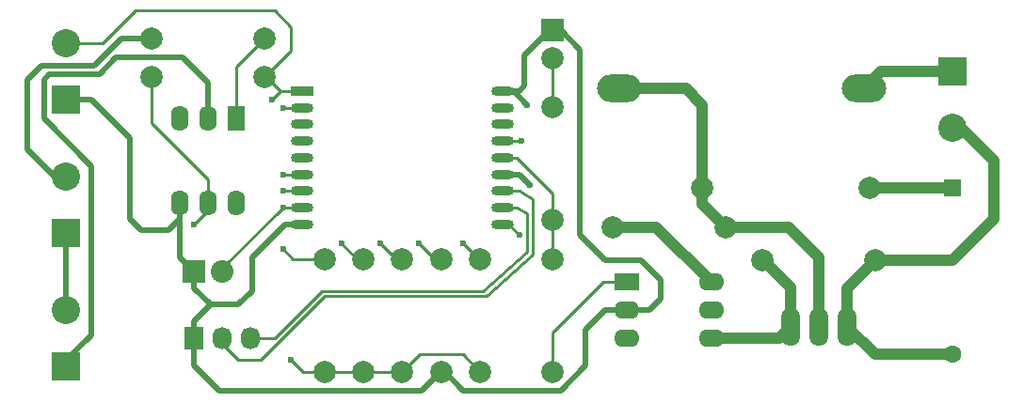
<source format=gbr>
G04 #@! TF.FileFunction,Copper,L1,Top,Signal*
%FSLAX46Y46*%
G04 Gerber Fmt 4.6, Leading zero omitted, Abs format (unit mm)*
G04 Created by KiCad (PCBNEW 4.0.0-rc1-stable) date 12/10/2015 22:49:16*
%MOMM*%
G01*
G04 APERTURE LIST*
%ADD10C,0.100000*%
%ADD11R,2.000000X2.000000*%
%ADD12C,2.000000*%
%ADD13C,1.998980*%
%ADD14O,1.699260X3.500120*%
%ADD15R,1.574800X2.286000*%
%ADD16O,1.574800X2.286000*%
%ADD17R,2.286000X1.574800*%
%ADD18O,2.286000X1.574800*%
%ADD19R,1.600000X1.600000*%
%ADD20C,1.600000*%
%ADD21O,4.000500X2.499360*%
%ADD22R,2.540000X2.540000*%
%ADD23C,2.540000*%
%ADD24R,2.032000X2.032000*%
%ADD25O,2.032000X2.032000*%
%ADD26O,2.000000X0.900000*%
%ADD27R,2.000000X0.900000*%
%ADD28R,1.727200X2.032000*%
%ADD29O,1.727200X2.032000*%
%ADD30C,0.600000*%
%ADD31C,1.000000*%
%ADD32C,0.250000*%
%ADD33C,0.500000*%
G04 APERTURE END LIST*
D10*
D11*
X136000000Y-58750000D03*
D12*
X136000000Y-61290000D03*
D13*
X149500000Y-73000000D03*
X164500000Y-73000000D03*
D14*
X160000000Y-85500000D03*
X162540000Y-85500000D03*
X157460000Y-85500000D03*
D13*
X110080000Y-59500000D03*
X99920000Y-59500000D03*
X110080000Y-63000000D03*
X99920000Y-63000000D03*
X136000000Y-75830000D03*
X136000000Y-65670000D03*
X136000000Y-79420000D03*
X136000000Y-89580000D03*
X141420000Y-76500000D03*
X151580000Y-76500000D03*
X165080000Y-79500000D03*
X154920000Y-79500000D03*
D15*
X107540000Y-66690000D03*
D16*
X105000000Y-66690000D03*
X102460000Y-66690000D03*
X102460000Y-74310000D03*
X105000000Y-74310000D03*
X107540000Y-74310000D03*
D17*
X142690000Y-81460000D03*
D18*
X142690000Y-84000000D03*
X142690000Y-86540000D03*
X150310000Y-86540000D03*
X150310000Y-84000000D03*
X150310000Y-81460000D03*
D19*
X172000000Y-73000000D03*
D20*
X172000000Y-88000000D03*
D21*
X164000740Y-64000000D03*
X141999260Y-64000000D03*
D22*
X92250000Y-77040000D03*
D23*
X92250000Y-71960000D03*
D22*
X92250000Y-89040000D03*
D23*
X92250000Y-83960000D03*
D22*
X172000000Y-62460000D03*
D23*
X172000000Y-67540000D03*
D13*
X122500000Y-89580000D03*
X122500000Y-79420000D03*
X119000000Y-89580000D03*
X119000000Y-79420000D03*
X129500000Y-89580000D03*
X129500000Y-79420000D03*
X115500000Y-89580000D03*
X115500000Y-79420000D03*
X126000000Y-79420000D03*
X126000000Y-89580000D03*
D24*
X103750000Y-80500000D03*
D25*
X106290000Y-80500000D03*
D22*
X92250000Y-65040000D03*
D23*
X92250000Y-59960000D03*
D26*
X131500000Y-76250000D03*
X113500000Y-76250000D03*
D27*
X113500000Y-64250000D03*
D26*
X113500000Y-65750000D03*
X113500000Y-67250000D03*
X113500000Y-68750000D03*
X113500000Y-70250000D03*
X113500000Y-71750000D03*
X113500000Y-73250000D03*
X113500000Y-74750000D03*
X131500000Y-74750000D03*
X131500000Y-73250000D03*
X131500000Y-71750000D03*
X131500000Y-70250000D03*
X131500000Y-68750000D03*
X131500000Y-67250000D03*
X131500000Y-65750000D03*
X131500000Y-64250000D03*
D28*
X103750000Y-86500000D03*
D29*
X106290000Y-86500000D03*
X108830000Y-86500000D03*
D30*
X110750000Y-65000000D03*
X112500000Y-88500000D03*
X133000000Y-77250000D03*
X103750000Y-76250000D03*
X133750000Y-65500000D03*
X134000000Y-72750000D03*
X111750000Y-65750000D03*
X111750000Y-78500000D03*
X111750000Y-71750000D03*
X124000000Y-78000000D03*
X111750000Y-73250000D03*
X120500000Y-78000000D03*
X111750000Y-74750000D03*
X117000000Y-78000000D03*
X133250000Y-68750000D03*
X128000000Y-78000000D03*
D31*
X172000000Y-73000000D02*
X164500000Y-73000000D01*
X165080000Y-79500000D02*
X172000000Y-79500000D01*
X175750000Y-70500000D02*
X172790000Y-67540000D01*
X175750000Y-75750000D02*
X175750000Y-70500000D01*
X172000000Y-79500000D02*
X175750000Y-75750000D01*
X162540000Y-85500000D02*
X162540000Y-82040000D01*
X162540000Y-82040000D02*
X165080000Y-79500000D01*
X172790000Y-67540000D02*
X172000000Y-67540000D01*
X172000000Y-88000000D02*
X165750000Y-88000000D01*
X165750000Y-88000000D02*
X166000000Y-88000000D01*
X166000000Y-88000000D02*
X165250000Y-88000000D01*
X165250000Y-88000000D02*
X165040000Y-88000000D01*
X165040000Y-88000000D02*
X162540000Y-85500000D01*
D32*
X131250000Y-70250000D02*
X132750000Y-70250000D01*
X136000000Y-73500000D02*
X136000000Y-75830000D01*
X132750000Y-70250000D02*
X136000000Y-73500000D01*
X136000000Y-79420000D02*
X136000000Y-75830000D01*
D31*
X172000000Y-62460000D02*
X165540740Y-62460000D01*
X165540740Y-62460000D02*
X164000740Y-64000000D01*
X151580000Y-76500000D02*
X157250000Y-76500000D01*
X160000000Y-79250000D02*
X160000000Y-85500000D01*
X157250000Y-76500000D02*
X160000000Y-79250000D01*
X149500000Y-73000000D02*
X149500000Y-74420000D01*
X149500000Y-74420000D02*
X151580000Y-76500000D01*
X141999260Y-64000000D02*
X148000000Y-64000000D01*
X149500000Y-65500000D02*
X149500000Y-73000000D01*
X148000000Y-64000000D02*
X149500000Y-65500000D01*
D33*
X92250000Y-83960000D02*
X92250000Y-77040000D01*
X92250000Y-71960000D02*
X91210000Y-71960000D01*
X91210000Y-71960000D02*
X88750000Y-69500000D01*
X88750000Y-69500000D02*
X88750000Y-63250000D01*
X88750000Y-63250000D02*
X90000000Y-62000000D01*
X90000000Y-62000000D02*
X94750000Y-62000000D01*
X94750000Y-62000000D02*
X97250000Y-59500000D01*
X97250000Y-59500000D02*
X99920000Y-59500000D01*
X92250000Y-89040000D02*
X92250000Y-88500000D01*
X92250000Y-88500000D02*
X94500000Y-86250000D01*
X94500000Y-86250000D02*
X94500000Y-71000000D01*
X94500000Y-71000000D02*
X90250000Y-66750000D01*
X90250000Y-66750000D02*
X90250000Y-63250000D01*
X90250000Y-63250000D02*
X90750000Y-62750000D01*
X90750000Y-62750000D02*
X95250000Y-62750000D01*
X95250000Y-62750000D02*
X96750000Y-61250000D01*
X96750000Y-61250000D02*
X102750000Y-61250000D01*
X102750000Y-61250000D02*
X105000000Y-63500000D01*
X105000000Y-63500000D02*
X105000000Y-66690000D01*
D32*
X107540000Y-66690000D02*
X107540000Y-62040000D01*
X107540000Y-62040000D02*
X110080000Y-59500000D01*
X92250000Y-59960000D02*
X95540000Y-59960000D01*
X112500000Y-60580000D02*
X110080000Y-63000000D01*
X112500000Y-58500000D02*
X112500000Y-60580000D01*
X111000000Y-57000000D02*
X112500000Y-58500000D01*
X98500000Y-57000000D02*
X111000000Y-57000000D01*
X95540000Y-59960000D02*
X98500000Y-57000000D01*
X115500000Y-89580000D02*
X119000000Y-89580000D01*
X119000000Y-89580000D02*
X122500000Y-89580000D01*
X122500000Y-89580000D02*
X124080000Y-88000000D01*
X124080000Y-88000000D02*
X127920000Y-88000000D01*
X127920000Y-88000000D02*
X129500000Y-89580000D01*
X115500000Y-89580000D02*
X113580000Y-89580000D01*
X110750000Y-65000000D02*
X111500000Y-64250000D01*
X113580000Y-89580000D02*
X112500000Y-88500000D01*
X119000000Y-89500000D02*
X119000000Y-89580000D01*
X110080000Y-63000000D02*
X110080000Y-62920000D01*
X110080000Y-63000000D02*
X110250000Y-63000000D01*
X110250000Y-63000000D02*
X111500000Y-64250000D01*
X111500000Y-64250000D02*
X113500000Y-64250000D01*
D33*
X119000000Y-89580000D02*
X119000000Y-90000000D01*
D32*
X115670000Y-89580000D02*
X115500000Y-89580000D01*
X131500000Y-76250000D02*
X132000000Y-76250000D01*
X132000000Y-76250000D02*
X133000000Y-77250000D01*
X103750000Y-76250000D02*
X105000000Y-75000000D01*
X105000000Y-75000000D02*
X105000000Y-74310000D01*
X99920000Y-63000000D02*
X99920000Y-67170000D01*
X105000000Y-72250000D02*
X105000000Y-74310000D01*
X99920000Y-67170000D02*
X105000000Y-72250000D01*
D33*
X131500000Y-71750000D02*
X133000000Y-71750000D01*
X133750000Y-65500000D02*
X132500000Y-64250000D01*
X133000000Y-71750000D02*
X134000000Y-72750000D01*
X132500000Y-64250000D02*
X131500000Y-64250000D01*
X103750000Y-86500000D02*
X103750000Y-85000000D01*
X103750000Y-85000000D02*
X105250000Y-83500000D01*
X126000000Y-89580000D02*
X125920000Y-89580000D01*
X125920000Y-89580000D02*
X124250000Y-91250000D01*
X103750000Y-89000000D02*
X103750000Y-86500000D01*
X106000000Y-91250000D02*
X103750000Y-89000000D01*
X124250000Y-91250000D02*
X106000000Y-91250000D01*
X126000000Y-89580000D02*
X126330000Y-89580000D01*
X126330000Y-89580000D02*
X128000000Y-91250000D01*
X128000000Y-91250000D02*
X136750000Y-91250000D01*
X136750000Y-91250000D02*
X139000000Y-89000000D01*
X139000000Y-89000000D02*
X139000000Y-85750000D01*
X139000000Y-85750000D02*
X140750000Y-84000000D01*
X140750000Y-84000000D02*
X142690000Y-84000000D01*
X113500000Y-76250000D02*
X112000000Y-76250000D01*
X112000000Y-76250000D02*
X109000000Y-79250000D01*
X109000000Y-79250000D02*
X109000000Y-82250000D01*
X109000000Y-82250000D02*
X107750000Y-83500000D01*
X107750000Y-83500000D02*
X105250000Y-83500000D01*
X105250000Y-83500000D02*
X103750000Y-82000000D01*
X103750000Y-80500000D02*
X103750000Y-82000000D01*
X102460000Y-74310000D02*
X102460000Y-79210000D01*
X102460000Y-79210000D02*
X103750000Y-80500000D01*
X92250000Y-65040000D02*
X94540000Y-65040000D01*
X102460000Y-75790000D02*
X102460000Y-74310000D01*
X101500000Y-76750000D02*
X102460000Y-75790000D01*
X99000000Y-76750000D02*
X101500000Y-76750000D01*
X98000000Y-75750000D02*
X99000000Y-76750000D01*
X98000000Y-68500000D02*
X98000000Y-75750000D01*
X94540000Y-65040000D02*
X98000000Y-68500000D01*
X131250000Y-71750000D02*
X132250000Y-71750000D01*
X136000000Y-58750000D02*
X135750000Y-58750000D01*
X135750000Y-58750000D02*
X133500000Y-61000000D01*
X133000000Y-64250000D02*
X131250000Y-64250000D01*
X133500000Y-63750000D02*
X133000000Y-64250000D01*
X133500000Y-61000000D02*
X133500000Y-63750000D01*
X136000000Y-58750000D02*
X136750000Y-58750000D01*
X136750000Y-58750000D02*
X138500000Y-60500000D01*
X138500000Y-60500000D02*
X138500000Y-77250000D01*
X138500000Y-77250000D02*
X140750000Y-79500000D01*
X140750000Y-79500000D02*
X144000000Y-79500000D01*
X144000000Y-79500000D02*
X145750000Y-81250000D01*
X145750000Y-81250000D02*
X145750000Y-83000000D01*
X145750000Y-83000000D02*
X144750000Y-84000000D01*
X144750000Y-84000000D02*
X142690000Y-84000000D01*
D32*
X115500000Y-79420000D02*
X112670000Y-79420000D01*
X111750000Y-65750000D02*
X113500000Y-65750000D01*
X112670000Y-79420000D02*
X111750000Y-78500000D01*
D31*
X141420000Y-76500000D02*
X145350000Y-76500000D01*
X145350000Y-76500000D02*
X150310000Y-81460000D01*
X150310000Y-86540000D02*
X156420000Y-86540000D01*
X156420000Y-86540000D02*
X157460000Y-85500000D01*
X154920000Y-79500000D02*
X155000000Y-79500000D01*
X155000000Y-79500000D02*
X157460000Y-81960000D01*
X157460000Y-81960000D02*
X157460000Y-85500000D01*
D32*
X126000000Y-79420000D02*
X125420000Y-79420000D01*
X125420000Y-79420000D02*
X124000000Y-78000000D01*
X111750000Y-71750000D02*
X113500000Y-71750000D01*
X122500000Y-79420000D02*
X121920000Y-79420000D01*
X121920000Y-79420000D02*
X120500000Y-78000000D01*
X111750000Y-73250000D02*
X113500000Y-73250000D01*
X106290000Y-80500000D02*
X106290000Y-80210000D01*
X106290000Y-80210000D02*
X111750000Y-74750000D01*
X119000000Y-79420000D02*
X118420000Y-79420000D01*
X118420000Y-79420000D02*
X117000000Y-78000000D01*
X111750000Y-74750000D02*
X113500000Y-74750000D01*
X119000000Y-79420000D02*
X118170000Y-79420000D01*
X129500000Y-79420000D02*
X129420000Y-79420000D01*
X129420000Y-79420000D02*
X128000000Y-78000000D01*
X133250000Y-68750000D02*
X131500000Y-68750000D01*
X129500000Y-79750000D02*
X129500000Y-79420000D01*
X136000000Y-65670000D02*
X136000000Y-61290000D01*
X142690000Y-81460000D02*
X140540000Y-81460000D01*
X136000000Y-86000000D02*
X136000000Y-89580000D01*
X140540000Y-81460000D02*
X136000000Y-86000000D01*
X106290000Y-86500000D02*
X106290000Y-87040000D01*
X106290000Y-87040000D02*
X107750000Y-88500000D01*
X107750000Y-88500000D02*
X109750000Y-88500000D01*
X109750000Y-88500000D02*
X115549998Y-82700002D01*
X115549998Y-82700002D02*
X130049998Y-82700002D01*
X130049998Y-82700002D02*
X134250000Y-79000000D01*
X134250000Y-79000000D02*
X134250000Y-74000000D01*
X134250000Y-74000000D02*
X133000000Y-73250000D01*
X133000000Y-73250000D02*
X131500000Y-73250000D01*
X108830000Y-86500000D02*
X111000000Y-86500000D01*
X132750000Y-74750000D02*
X131500000Y-74750000D01*
X133750000Y-75250000D02*
X132750000Y-74750000D01*
X133750000Y-78750000D02*
X133750000Y-75250000D01*
X129750000Y-82250000D02*
X133750000Y-78750000D01*
X115250000Y-82250000D02*
X129750000Y-82250000D01*
X111000000Y-86500000D02*
X115250000Y-82250000D01*
M02*

</source>
